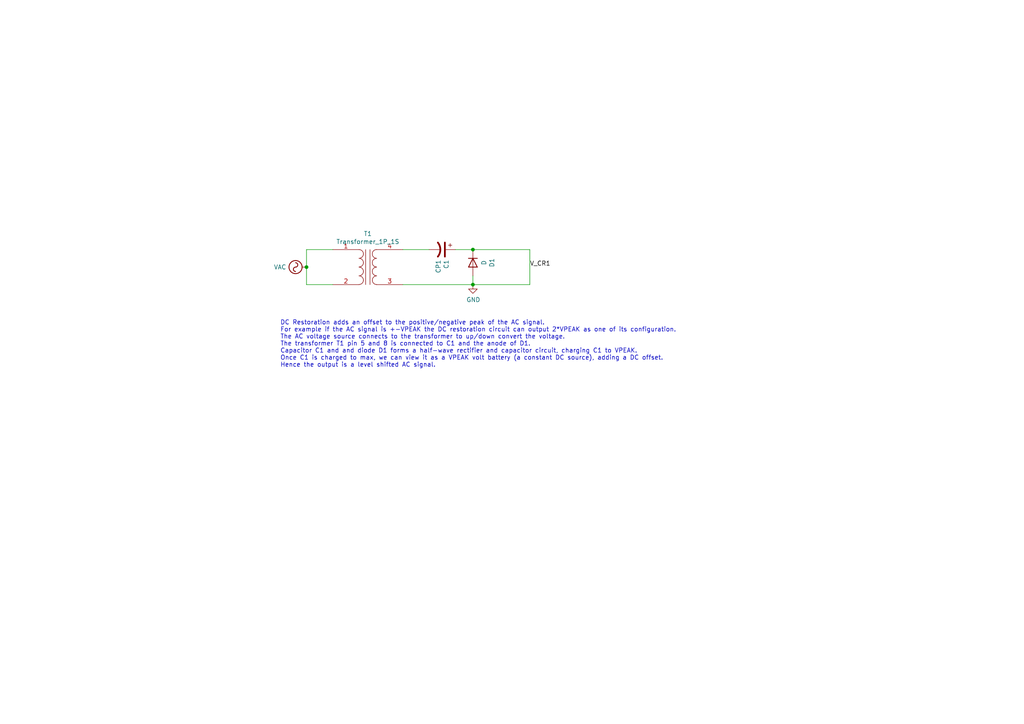
<source format=kicad_sch>
(kicad_sch (version 20230121) (generator eeschema)
  (paper "A4")
  (title_block (title "DC Restoration"))
  (lib_symbols
    (symbol "Device:D" (pin_numbers hide) (pin_names (offset 1.016) hide)
      (property "Reference" "D" (at 0 2.54 0))
      (property "Value" "D" (at 0 -2.54 0))
      (symbol "D_0_1"
        (polyline (pts (xy -1.27 1.27) (xy -1.27 -1.27)) (stroke (width 0.254)))
        (polyline (pts (xy 1.27 0) (xy -1.27 0)))
        (polyline (pts (xy 1.27 1.27) (xy 1.27 -1.27) (xy -1.27 0) (xy 1.27 1.27)) (stroke (width 0.254)))
      )
      (symbol "D_1_1"
        (pin passive line (at -3.81 0 0) (length 2.54) (name "K") (number "1"))
        (pin passive line (at 3.81 0 180) (length 2.54) (name "A") (number "2"))
      )
    )
    (symbol "Device:Transformer_1P_1S" (pin_names (offset 1.016) hide)
      (property "Reference" "T" (at 0 6.35 0))
      (property "Value" "Transformer_1P_1S" (at 0 -7.62 0))
      (symbol "Transformer_1P_1S_0_1"
        (arc (start -2.54 -5.0546) (mid -1.6599 -4.6901) (end -1.27 -3.81))
        (arc (start -2.54 -2.5146) (mid -1.6599 -2.1501) (end -1.27 -1.27))
        (arc (start -2.54 0.0254) (mid -1.6599 0.3899) (end -1.27 1.27))
        (arc (start -2.54 2.5654) (mid -1.6599 2.9299) (end -1.27 3.81))
        (arc (start -1.27 -3.81) (mid -1.642 -2.912) (end -2.54 -2.54))
        (arc (start -1.27 -1.27) (mid -1.642 -0.372) (end -2.54 0))
        (arc (start -1.27 1.27) (mid -1.642 2.168) (end -2.54 2.54))
        (arc (start -1.27 3.81) (mid -1.642 4.708) (end -2.54 5.08))
        (polyline (pts (xy -0.635 5.08) (xy -0.635 -5.08)))
        (polyline (pts (xy 0.635 -5.08) (xy 0.635 5.08)))
        (arc (start 1.2954 -1.27) (mid 1.6599 -2.1501) (end 2.54 -2.5146))
        (arc (start 1.2954 1.27) (mid 1.6599 0.3899) (end 2.54 0.0254))
        (arc (start 1.2954 3.81) (mid 1.6599 2.9299) (end 2.54 2.5654))
        (arc (start 1.3208 -3.81) (mid 1.6853 -4.6901) (end 2.5654 -5.0546))
        (arc (start 2.54 0) (mid 1.642 -0.372) (end 1.2954 -1.27))
        (arc (start 2.54 2.54) (mid 1.642 2.168) (end 1.2954 1.27))
        (arc (start 2.54 5.08) (mid 1.642 4.708) (end 1.2954 3.81))
        (arc (start 2.5654 -2.54) (mid 1.6674 -2.912) (end 1.3208 -3.81))
      )
      (symbol "Transformer_1P_1S_1_1"
        (pin passive line (at -10.16 5.08 0) (length 7.62) (name "AA") (number "1"))
        (pin passive line (at -10.16 -5.08 0) (length 7.62) (name "AB") (number "2"))
        (pin passive line (at 10.16 -5.08 180) (length 7.62) (name "SA") (number "3"))
        (pin passive line (at 10.16 5.08 180) (length 7.62) (name "SB") (number "4"))
      )
    )
    (symbol "dc_restoration-rescue:CP1-Device" (pin_numbers hide) (pin_names (offset 0.254) hide)
      (property "Reference" "C" (at 0.635 2.54 0))
      (property "Value" "Device_CP1" (at 0.635 -2.54 0))
      (symbol "CP1-Device_0_1"
        (polyline (pts (xy -2.032 0.762) (xy 2.032 0.762)) (stroke (width 0.508)))
        (polyline (pts (xy -1.778 2.286) (xy -0.762 2.286)))
        (polyline (pts (xy -1.27 1.778) (xy -1.27 2.794)))
        (arc (start 2.032 -1.27) (mid 0 -0.5572) (end -2.032 -1.27) (stroke (width 0.508)))
      )
      (symbol "CP1-Device_1_1"
        (pin passive line (at 0 3.81 270) (length 2.794) (name "~") (number "1"))
        (pin passive line (at 0 -3.81 90) (length 3.302) (name "~") (number "2"))
      )
    )
    (symbol "power:GND" (power) (pin_names (offset 0))
      (property "Value" "GND" (at 0 -3.81 0))
      (symbol "GND_0_1"
        (polyline (pts (xy 0 0) (xy 0 -1.27) (xy 1.27 -1.27) (xy 0 -2.54) (xy -1.27 -1.27) (xy 0 -1.27)))
      )
      (symbol "GND_1_1"
        (pin power_in line (at 0 0 270) (length 0) hide (name "GND") (number "1"))
      )
    )
    (symbol "power:VAC" (power) (pin_names (offset 0))
      (property "Value" "VAC" (at 0 6.35 0))
      (symbol "VAC_0_1"
        (polyline (pts (xy 0 0) (xy 0 1.27)))
        (arc (start 0 3.175) (mid -0.635 3.8073) (end -1.27 3.175) (stroke (width 0.254)))
        (arc (start 0 3.175) (mid 0.635 2.5427) (end 1.27 3.175) (stroke (width 0.254)))
        (circle (center 0 3.175) (radius 1.905) (stroke (width 0.254)))
      )
      (symbol "VAC_1_1"
        (pin power_in line (at 0 0 90) (length 0) hide (name "VAC") (number "1"))
      )
    )
  )
  (junction (at 137.16 82.55))
  (junction (at 88.9 77.47))
  (junction (at 137.16 72.39))
  (wire (pts (xy 116.84 72.39) (xy 124.46 72.39)))
  (wire (pts (xy 153.67 72.39) (xy 153.67 82.55)))
  (wire (pts (xy 153.67 82.55) (xy 137.16 82.55)))
  (wire (pts (xy 88.9 77.47) (xy 88.9 82.55)))
  (wire (pts (xy 132.08 72.39) (xy 137.16 72.39)))
  (wire (pts (xy 116.84 82.55) (xy 137.16 82.55)))
  (wire (pts (xy 88.9 72.39) (xy 96.52 72.39)))
  (wire (pts (xy 137.16 82.55) (xy 137.16 80.01)))
  (wire (pts (xy 137.16 72.39) (xy 153.67 72.39)))
  (wire (pts (xy 88.9 82.55) (xy 96.52 82.55)))
  (wire (pts (xy 88.9 77.47) (xy 88.9 72.39)))
  (text "DC Restoration adds an offset to the positive/negative peak of the AC signal.\nFor example if the AC signal is +-VPEAK the DC restoration circuit can output 2*VPEAK as one of its configuration.\nThe AC voltage source connects to the transformer to up/down convert the voltage.\nThe transformer T1 pin 5 and 8 is connected to C1 and the anode of D1.\nCapacitor C1 and and diode D1 forms a half-wave rectifier and capacitor circuit, charging C1 to VPEAK.\nOnce C1 is charged to max, we can view it as a VPEAK volt battery (a constant DC source), adding a DC offset.\nHence the output is a level shifted AC signal." (at 81.28 106.68 0) (effects (font (size 1.27 1.27)) (justify left bottom)))
  (label "V_CR1" (at 153.67 77.47 0))
  (symbol (lib_id "power:VAC") (at 88.9 77.47 90) (unit 1)
    (property "Reference" "#PWR01" (effects hide))
    (property "Value" "VAC" (at 83.058 77.47 90) (effects (justify left)))
  )
  (symbol (lib_id "Device:Transformer_1P_1S") (at 106.68 77.47 0) (unit 1)
    (property "Reference" "T1" (at 106.68 67.7926 0))
    (property "Value" "Transformer_1P_1S" (at 106.68 70.104 0))
  )
  (symbol (lib_id "dc_restoration-rescue:CP1-Device") (at 128.27 72.39 270) (unit 1)
    (property "Reference" "C1" (at 129.4384 75.311 0) (effects (justify left)))
    (property "Value" "CP1" (at 127.127 75.311 0) (effects (justify left)))
  )
  (symbol (lib_id "Device:D") (at 137.16 76.2 270) (unit 1)
    (property "Reference" "D1" (at 142.6718 76.2 0))
    (property "Value" "D" (at 140.3604 76.2 0))
  )
  (symbol (lib_id "power:GND") (at 137.16 82.55 0) (unit 1)
    (property "Reference" "#PWR02" (effects hide))
    (property "Value" "GND" (at 137.287 86.9442 0))
  )
)
</source>
